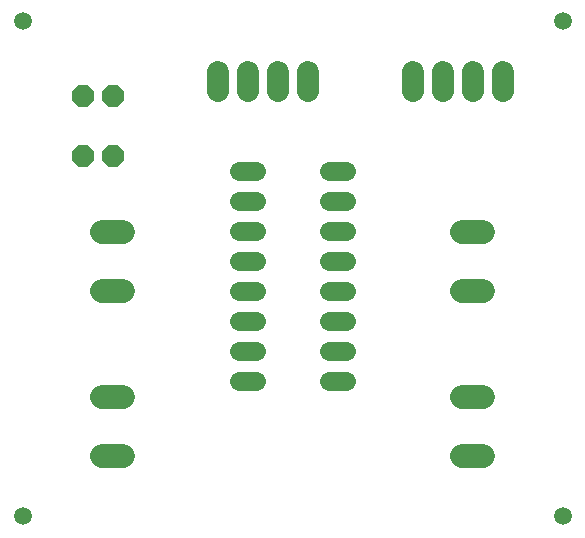
<source format=gts>
G75*
%MOIN*%
%OFA0B0*%
%FSLAX25Y25*%
%IPPOS*%
%LPD*%
%AMOC8*
5,1,8,0,0,1.08239X$1,22.5*
%
%ADD10C,0.05918*%
%ADD11C,0.06400*%
%ADD12C,0.07200*%
%ADD13C,0.07900*%
%ADD14OC8,0.07100*%
D10*
X0016800Y0026800D03*
X0016800Y0191800D03*
X0196800Y0191800D03*
X0196800Y0026800D03*
D11*
X0124600Y0071800D02*
X0119000Y0071800D01*
X0119000Y0081800D02*
X0124600Y0081800D01*
X0124600Y0091800D02*
X0119000Y0091800D01*
X0119000Y0101800D02*
X0124600Y0101800D01*
X0124600Y0111800D02*
X0119000Y0111800D01*
X0119000Y0121800D02*
X0124600Y0121800D01*
X0124600Y0131800D02*
X0119000Y0131800D01*
X0119000Y0141800D02*
X0124600Y0141800D01*
X0094600Y0141800D02*
X0089000Y0141800D01*
X0089000Y0131800D02*
X0094600Y0131800D01*
X0094600Y0121800D02*
X0089000Y0121800D01*
X0089000Y0111800D02*
X0094600Y0111800D01*
X0094600Y0101800D02*
X0089000Y0101800D01*
X0089000Y0091800D02*
X0094600Y0091800D01*
X0094600Y0081800D02*
X0089000Y0081800D01*
X0089000Y0071800D02*
X0094600Y0071800D01*
D12*
X0091800Y0168600D02*
X0091800Y0175000D01*
X0081800Y0175000D02*
X0081800Y0168600D01*
X0101800Y0168600D02*
X0101800Y0175000D01*
X0111800Y0175000D02*
X0111800Y0168600D01*
X0146800Y0168600D02*
X0146800Y0175000D01*
X0156800Y0175000D02*
X0156800Y0168600D01*
X0166800Y0168600D02*
X0166800Y0175000D01*
X0176800Y0175000D02*
X0176800Y0168600D01*
D13*
X0170350Y0121643D02*
X0163250Y0121643D01*
X0163250Y0101957D02*
X0170350Y0101957D01*
X0170350Y0066643D02*
X0163250Y0066643D01*
X0163250Y0046957D02*
X0170350Y0046957D01*
X0050350Y0046957D02*
X0043250Y0046957D01*
X0043250Y0066643D02*
X0050350Y0066643D01*
X0050350Y0101957D02*
X0043250Y0101957D01*
X0043250Y0121643D02*
X0050350Y0121643D01*
D14*
X0046800Y0146800D03*
X0036800Y0146800D03*
X0036800Y0166800D03*
X0046800Y0166800D03*
M02*

</source>
